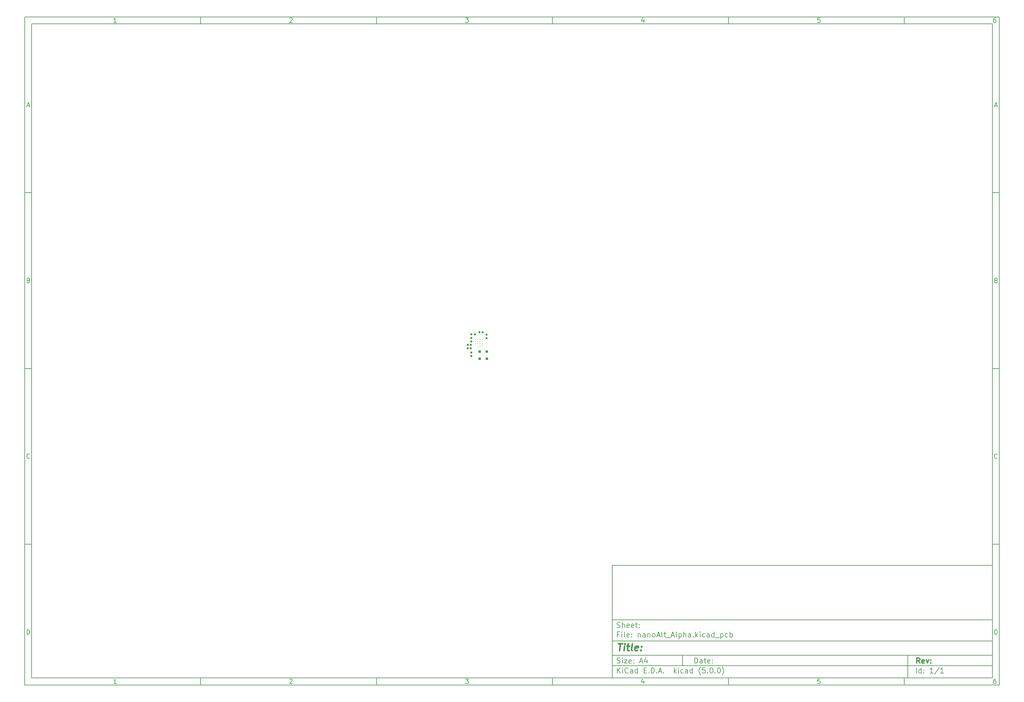
<source format=gbr>
G04 #@! TF.GenerationSoftware,KiCad,Pcbnew,(5.0.0)*
G04 #@! TF.CreationDate,2018-07-29T19:07:46+01:00*
G04 #@! TF.ProjectId,nanoAlt_Alpha,6E616E6F416C745F416C7068612E6B69,rev?*
G04 #@! TF.SameCoordinates,Original*
G04 #@! TF.FileFunction,Paste,Top*
G04 #@! TF.FilePolarity,Positive*
%FSLAX46Y46*%
G04 Gerber Fmt 4.6, Leading zero omitted, Abs format (unit mm)*
G04 Created by KiCad (PCBNEW (5.0.0)) date 07/29/18 19:07:46*
%MOMM*%
%LPD*%
G01*
G04 APERTURE LIST*
%ADD10C,0.100000*%
%ADD11C,0.150000*%
%ADD12C,0.300000*%
%ADD13C,0.400000*%
%ADD14R,0.800000X0.800000*%
%ADD15C,0.190000*%
%ADD16R,0.480000X0.480000*%
G04 APERTURE END LIST*
D10*
D11*
X177002200Y-166007200D02*
X177002200Y-198007200D01*
X285002200Y-198007200D01*
X285002200Y-166007200D01*
X177002200Y-166007200D01*
D10*
D11*
X10000000Y-10000000D02*
X10000000Y-200007200D01*
X287002200Y-200007200D01*
X287002200Y-10000000D01*
X10000000Y-10000000D01*
D10*
D11*
X12000000Y-12000000D02*
X12000000Y-198007200D01*
X285002200Y-198007200D01*
X285002200Y-12000000D01*
X12000000Y-12000000D01*
D10*
D11*
X60000000Y-12000000D02*
X60000000Y-10000000D01*
D10*
D11*
X110000000Y-12000000D02*
X110000000Y-10000000D01*
D10*
D11*
X160000000Y-12000000D02*
X160000000Y-10000000D01*
D10*
D11*
X210000000Y-12000000D02*
X210000000Y-10000000D01*
D10*
D11*
X260000000Y-12000000D02*
X260000000Y-10000000D01*
D10*
D11*
X36065476Y-11588095D02*
X35322619Y-11588095D01*
X35694047Y-11588095D02*
X35694047Y-10288095D01*
X35570238Y-10473809D01*
X35446428Y-10597619D01*
X35322619Y-10659523D01*
D10*
D11*
X85322619Y-10411904D02*
X85384523Y-10350000D01*
X85508333Y-10288095D01*
X85817857Y-10288095D01*
X85941666Y-10350000D01*
X86003571Y-10411904D01*
X86065476Y-10535714D01*
X86065476Y-10659523D01*
X86003571Y-10845238D01*
X85260714Y-11588095D01*
X86065476Y-11588095D01*
D10*
D11*
X135260714Y-10288095D02*
X136065476Y-10288095D01*
X135632142Y-10783333D01*
X135817857Y-10783333D01*
X135941666Y-10845238D01*
X136003571Y-10907142D01*
X136065476Y-11030952D01*
X136065476Y-11340476D01*
X136003571Y-11464285D01*
X135941666Y-11526190D01*
X135817857Y-11588095D01*
X135446428Y-11588095D01*
X135322619Y-11526190D01*
X135260714Y-11464285D01*
D10*
D11*
X185941666Y-10721428D02*
X185941666Y-11588095D01*
X185632142Y-10226190D02*
X185322619Y-11154761D01*
X186127380Y-11154761D01*
D10*
D11*
X236003571Y-10288095D02*
X235384523Y-10288095D01*
X235322619Y-10907142D01*
X235384523Y-10845238D01*
X235508333Y-10783333D01*
X235817857Y-10783333D01*
X235941666Y-10845238D01*
X236003571Y-10907142D01*
X236065476Y-11030952D01*
X236065476Y-11340476D01*
X236003571Y-11464285D01*
X235941666Y-11526190D01*
X235817857Y-11588095D01*
X235508333Y-11588095D01*
X235384523Y-11526190D01*
X235322619Y-11464285D01*
D10*
D11*
X285941666Y-10288095D02*
X285694047Y-10288095D01*
X285570238Y-10350000D01*
X285508333Y-10411904D01*
X285384523Y-10597619D01*
X285322619Y-10845238D01*
X285322619Y-11340476D01*
X285384523Y-11464285D01*
X285446428Y-11526190D01*
X285570238Y-11588095D01*
X285817857Y-11588095D01*
X285941666Y-11526190D01*
X286003571Y-11464285D01*
X286065476Y-11340476D01*
X286065476Y-11030952D01*
X286003571Y-10907142D01*
X285941666Y-10845238D01*
X285817857Y-10783333D01*
X285570238Y-10783333D01*
X285446428Y-10845238D01*
X285384523Y-10907142D01*
X285322619Y-11030952D01*
D10*
D11*
X60000000Y-198007200D02*
X60000000Y-200007200D01*
D10*
D11*
X110000000Y-198007200D02*
X110000000Y-200007200D01*
D10*
D11*
X160000000Y-198007200D02*
X160000000Y-200007200D01*
D10*
D11*
X210000000Y-198007200D02*
X210000000Y-200007200D01*
D10*
D11*
X260000000Y-198007200D02*
X260000000Y-200007200D01*
D10*
D11*
X36065476Y-199595295D02*
X35322619Y-199595295D01*
X35694047Y-199595295D02*
X35694047Y-198295295D01*
X35570238Y-198481009D01*
X35446428Y-198604819D01*
X35322619Y-198666723D01*
D10*
D11*
X85322619Y-198419104D02*
X85384523Y-198357200D01*
X85508333Y-198295295D01*
X85817857Y-198295295D01*
X85941666Y-198357200D01*
X86003571Y-198419104D01*
X86065476Y-198542914D01*
X86065476Y-198666723D01*
X86003571Y-198852438D01*
X85260714Y-199595295D01*
X86065476Y-199595295D01*
D10*
D11*
X135260714Y-198295295D02*
X136065476Y-198295295D01*
X135632142Y-198790533D01*
X135817857Y-198790533D01*
X135941666Y-198852438D01*
X136003571Y-198914342D01*
X136065476Y-199038152D01*
X136065476Y-199347676D01*
X136003571Y-199471485D01*
X135941666Y-199533390D01*
X135817857Y-199595295D01*
X135446428Y-199595295D01*
X135322619Y-199533390D01*
X135260714Y-199471485D01*
D10*
D11*
X185941666Y-198728628D02*
X185941666Y-199595295D01*
X185632142Y-198233390D02*
X185322619Y-199161961D01*
X186127380Y-199161961D01*
D10*
D11*
X236003571Y-198295295D02*
X235384523Y-198295295D01*
X235322619Y-198914342D01*
X235384523Y-198852438D01*
X235508333Y-198790533D01*
X235817857Y-198790533D01*
X235941666Y-198852438D01*
X236003571Y-198914342D01*
X236065476Y-199038152D01*
X236065476Y-199347676D01*
X236003571Y-199471485D01*
X235941666Y-199533390D01*
X235817857Y-199595295D01*
X235508333Y-199595295D01*
X235384523Y-199533390D01*
X235322619Y-199471485D01*
D10*
D11*
X285941666Y-198295295D02*
X285694047Y-198295295D01*
X285570238Y-198357200D01*
X285508333Y-198419104D01*
X285384523Y-198604819D01*
X285322619Y-198852438D01*
X285322619Y-199347676D01*
X285384523Y-199471485D01*
X285446428Y-199533390D01*
X285570238Y-199595295D01*
X285817857Y-199595295D01*
X285941666Y-199533390D01*
X286003571Y-199471485D01*
X286065476Y-199347676D01*
X286065476Y-199038152D01*
X286003571Y-198914342D01*
X285941666Y-198852438D01*
X285817857Y-198790533D01*
X285570238Y-198790533D01*
X285446428Y-198852438D01*
X285384523Y-198914342D01*
X285322619Y-199038152D01*
D10*
D11*
X10000000Y-60000000D02*
X12000000Y-60000000D01*
D10*
D11*
X10000000Y-110000000D02*
X12000000Y-110000000D01*
D10*
D11*
X10000000Y-160000000D02*
X12000000Y-160000000D01*
D10*
D11*
X10690476Y-35216666D02*
X11309523Y-35216666D01*
X10566666Y-35588095D02*
X11000000Y-34288095D01*
X11433333Y-35588095D01*
D10*
D11*
X11092857Y-84907142D02*
X11278571Y-84969047D01*
X11340476Y-85030952D01*
X11402380Y-85154761D01*
X11402380Y-85340476D01*
X11340476Y-85464285D01*
X11278571Y-85526190D01*
X11154761Y-85588095D01*
X10659523Y-85588095D01*
X10659523Y-84288095D01*
X11092857Y-84288095D01*
X11216666Y-84350000D01*
X11278571Y-84411904D01*
X11340476Y-84535714D01*
X11340476Y-84659523D01*
X11278571Y-84783333D01*
X11216666Y-84845238D01*
X11092857Y-84907142D01*
X10659523Y-84907142D01*
D10*
D11*
X11402380Y-135464285D02*
X11340476Y-135526190D01*
X11154761Y-135588095D01*
X11030952Y-135588095D01*
X10845238Y-135526190D01*
X10721428Y-135402380D01*
X10659523Y-135278571D01*
X10597619Y-135030952D01*
X10597619Y-134845238D01*
X10659523Y-134597619D01*
X10721428Y-134473809D01*
X10845238Y-134350000D01*
X11030952Y-134288095D01*
X11154761Y-134288095D01*
X11340476Y-134350000D01*
X11402380Y-134411904D01*
D10*
D11*
X10659523Y-185588095D02*
X10659523Y-184288095D01*
X10969047Y-184288095D01*
X11154761Y-184350000D01*
X11278571Y-184473809D01*
X11340476Y-184597619D01*
X11402380Y-184845238D01*
X11402380Y-185030952D01*
X11340476Y-185278571D01*
X11278571Y-185402380D01*
X11154761Y-185526190D01*
X10969047Y-185588095D01*
X10659523Y-185588095D01*
D10*
D11*
X287002200Y-60000000D02*
X285002200Y-60000000D01*
D10*
D11*
X287002200Y-110000000D02*
X285002200Y-110000000D01*
D10*
D11*
X287002200Y-160000000D02*
X285002200Y-160000000D01*
D10*
D11*
X285692676Y-35216666D02*
X286311723Y-35216666D01*
X285568866Y-35588095D02*
X286002200Y-34288095D01*
X286435533Y-35588095D01*
D10*
D11*
X286095057Y-84907142D02*
X286280771Y-84969047D01*
X286342676Y-85030952D01*
X286404580Y-85154761D01*
X286404580Y-85340476D01*
X286342676Y-85464285D01*
X286280771Y-85526190D01*
X286156961Y-85588095D01*
X285661723Y-85588095D01*
X285661723Y-84288095D01*
X286095057Y-84288095D01*
X286218866Y-84350000D01*
X286280771Y-84411904D01*
X286342676Y-84535714D01*
X286342676Y-84659523D01*
X286280771Y-84783333D01*
X286218866Y-84845238D01*
X286095057Y-84907142D01*
X285661723Y-84907142D01*
D10*
D11*
X286404580Y-135464285D02*
X286342676Y-135526190D01*
X286156961Y-135588095D01*
X286033152Y-135588095D01*
X285847438Y-135526190D01*
X285723628Y-135402380D01*
X285661723Y-135278571D01*
X285599819Y-135030952D01*
X285599819Y-134845238D01*
X285661723Y-134597619D01*
X285723628Y-134473809D01*
X285847438Y-134350000D01*
X286033152Y-134288095D01*
X286156961Y-134288095D01*
X286342676Y-134350000D01*
X286404580Y-134411904D01*
D10*
D11*
X285661723Y-185588095D02*
X285661723Y-184288095D01*
X285971247Y-184288095D01*
X286156961Y-184350000D01*
X286280771Y-184473809D01*
X286342676Y-184597619D01*
X286404580Y-184845238D01*
X286404580Y-185030952D01*
X286342676Y-185278571D01*
X286280771Y-185402380D01*
X286156961Y-185526190D01*
X285971247Y-185588095D01*
X285661723Y-185588095D01*
D10*
D11*
X200434342Y-193785771D02*
X200434342Y-192285771D01*
X200791485Y-192285771D01*
X201005771Y-192357200D01*
X201148628Y-192500057D01*
X201220057Y-192642914D01*
X201291485Y-192928628D01*
X201291485Y-193142914D01*
X201220057Y-193428628D01*
X201148628Y-193571485D01*
X201005771Y-193714342D01*
X200791485Y-193785771D01*
X200434342Y-193785771D01*
X202577200Y-193785771D02*
X202577200Y-193000057D01*
X202505771Y-192857200D01*
X202362914Y-192785771D01*
X202077200Y-192785771D01*
X201934342Y-192857200D01*
X202577200Y-193714342D02*
X202434342Y-193785771D01*
X202077200Y-193785771D01*
X201934342Y-193714342D01*
X201862914Y-193571485D01*
X201862914Y-193428628D01*
X201934342Y-193285771D01*
X202077200Y-193214342D01*
X202434342Y-193214342D01*
X202577200Y-193142914D01*
X203077200Y-192785771D02*
X203648628Y-192785771D01*
X203291485Y-192285771D02*
X203291485Y-193571485D01*
X203362914Y-193714342D01*
X203505771Y-193785771D01*
X203648628Y-193785771D01*
X204720057Y-193714342D02*
X204577200Y-193785771D01*
X204291485Y-193785771D01*
X204148628Y-193714342D01*
X204077200Y-193571485D01*
X204077200Y-193000057D01*
X204148628Y-192857200D01*
X204291485Y-192785771D01*
X204577200Y-192785771D01*
X204720057Y-192857200D01*
X204791485Y-193000057D01*
X204791485Y-193142914D01*
X204077200Y-193285771D01*
X205434342Y-193642914D02*
X205505771Y-193714342D01*
X205434342Y-193785771D01*
X205362914Y-193714342D01*
X205434342Y-193642914D01*
X205434342Y-193785771D01*
X205434342Y-192857200D02*
X205505771Y-192928628D01*
X205434342Y-193000057D01*
X205362914Y-192928628D01*
X205434342Y-192857200D01*
X205434342Y-193000057D01*
D10*
D11*
X177002200Y-194507200D02*
X285002200Y-194507200D01*
D10*
D11*
X178434342Y-196585771D02*
X178434342Y-195085771D01*
X179291485Y-196585771D02*
X178648628Y-195728628D01*
X179291485Y-195085771D02*
X178434342Y-195942914D01*
X179934342Y-196585771D02*
X179934342Y-195585771D01*
X179934342Y-195085771D02*
X179862914Y-195157200D01*
X179934342Y-195228628D01*
X180005771Y-195157200D01*
X179934342Y-195085771D01*
X179934342Y-195228628D01*
X181505771Y-196442914D02*
X181434342Y-196514342D01*
X181220057Y-196585771D01*
X181077200Y-196585771D01*
X180862914Y-196514342D01*
X180720057Y-196371485D01*
X180648628Y-196228628D01*
X180577200Y-195942914D01*
X180577200Y-195728628D01*
X180648628Y-195442914D01*
X180720057Y-195300057D01*
X180862914Y-195157200D01*
X181077200Y-195085771D01*
X181220057Y-195085771D01*
X181434342Y-195157200D01*
X181505771Y-195228628D01*
X182791485Y-196585771D02*
X182791485Y-195800057D01*
X182720057Y-195657200D01*
X182577200Y-195585771D01*
X182291485Y-195585771D01*
X182148628Y-195657200D01*
X182791485Y-196514342D02*
X182648628Y-196585771D01*
X182291485Y-196585771D01*
X182148628Y-196514342D01*
X182077200Y-196371485D01*
X182077200Y-196228628D01*
X182148628Y-196085771D01*
X182291485Y-196014342D01*
X182648628Y-196014342D01*
X182791485Y-195942914D01*
X184148628Y-196585771D02*
X184148628Y-195085771D01*
X184148628Y-196514342D02*
X184005771Y-196585771D01*
X183720057Y-196585771D01*
X183577200Y-196514342D01*
X183505771Y-196442914D01*
X183434342Y-196300057D01*
X183434342Y-195871485D01*
X183505771Y-195728628D01*
X183577200Y-195657200D01*
X183720057Y-195585771D01*
X184005771Y-195585771D01*
X184148628Y-195657200D01*
X186005771Y-195800057D02*
X186505771Y-195800057D01*
X186720057Y-196585771D02*
X186005771Y-196585771D01*
X186005771Y-195085771D01*
X186720057Y-195085771D01*
X187362914Y-196442914D02*
X187434342Y-196514342D01*
X187362914Y-196585771D01*
X187291485Y-196514342D01*
X187362914Y-196442914D01*
X187362914Y-196585771D01*
X188077200Y-196585771D02*
X188077200Y-195085771D01*
X188434342Y-195085771D01*
X188648628Y-195157200D01*
X188791485Y-195300057D01*
X188862914Y-195442914D01*
X188934342Y-195728628D01*
X188934342Y-195942914D01*
X188862914Y-196228628D01*
X188791485Y-196371485D01*
X188648628Y-196514342D01*
X188434342Y-196585771D01*
X188077200Y-196585771D01*
X189577200Y-196442914D02*
X189648628Y-196514342D01*
X189577200Y-196585771D01*
X189505771Y-196514342D01*
X189577200Y-196442914D01*
X189577200Y-196585771D01*
X190220057Y-196157200D02*
X190934342Y-196157200D01*
X190077200Y-196585771D02*
X190577200Y-195085771D01*
X191077200Y-196585771D01*
X191577200Y-196442914D02*
X191648628Y-196514342D01*
X191577200Y-196585771D01*
X191505771Y-196514342D01*
X191577200Y-196442914D01*
X191577200Y-196585771D01*
X194577200Y-196585771D02*
X194577200Y-195085771D01*
X194720057Y-196014342D02*
X195148628Y-196585771D01*
X195148628Y-195585771D02*
X194577200Y-196157200D01*
X195791485Y-196585771D02*
X195791485Y-195585771D01*
X195791485Y-195085771D02*
X195720057Y-195157200D01*
X195791485Y-195228628D01*
X195862914Y-195157200D01*
X195791485Y-195085771D01*
X195791485Y-195228628D01*
X197148628Y-196514342D02*
X197005771Y-196585771D01*
X196720057Y-196585771D01*
X196577200Y-196514342D01*
X196505771Y-196442914D01*
X196434342Y-196300057D01*
X196434342Y-195871485D01*
X196505771Y-195728628D01*
X196577200Y-195657200D01*
X196720057Y-195585771D01*
X197005771Y-195585771D01*
X197148628Y-195657200D01*
X198434342Y-196585771D02*
X198434342Y-195800057D01*
X198362914Y-195657200D01*
X198220057Y-195585771D01*
X197934342Y-195585771D01*
X197791485Y-195657200D01*
X198434342Y-196514342D02*
X198291485Y-196585771D01*
X197934342Y-196585771D01*
X197791485Y-196514342D01*
X197720057Y-196371485D01*
X197720057Y-196228628D01*
X197791485Y-196085771D01*
X197934342Y-196014342D01*
X198291485Y-196014342D01*
X198434342Y-195942914D01*
X199791485Y-196585771D02*
X199791485Y-195085771D01*
X199791485Y-196514342D02*
X199648628Y-196585771D01*
X199362914Y-196585771D01*
X199220057Y-196514342D01*
X199148628Y-196442914D01*
X199077200Y-196300057D01*
X199077200Y-195871485D01*
X199148628Y-195728628D01*
X199220057Y-195657200D01*
X199362914Y-195585771D01*
X199648628Y-195585771D01*
X199791485Y-195657200D01*
X202077200Y-197157200D02*
X202005771Y-197085771D01*
X201862914Y-196871485D01*
X201791485Y-196728628D01*
X201720057Y-196514342D01*
X201648628Y-196157200D01*
X201648628Y-195871485D01*
X201720057Y-195514342D01*
X201791485Y-195300057D01*
X201862914Y-195157200D01*
X202005771Y-194942914D01*
X202077200Y-194871485D01*
X203362914Y-195085771D02*
X202648628Y-195085771D01*
X202577200Y-195800057D01*
X202648628Y-195728628D01*
X202791485Y-195657200D01*
X203148628Y-195657200D01*
X203291485Y-195728628D01*
X203362914Y-195800057D01*
X203434342Y-195942914D01*
X203434342Y-196300057D01*
X203362914Y-196442914D01*
X203291485Y-196514342D01*
X203148628Y-196585771D01*
X202791485Y-196585771D01*
X202648628Y-196514342D01*
X202577200Y-196442914D01*
X204077200Y-196442914D02*
X204148628Y-196514342D01*
X204077200Y-196585771D01*
X204005771Y-196514342D01*
X204077200Y-196442914D01*
X204077200Y-196585771D01*
X205077200Y-195085771D02*
X205220057Y-195085771D01*
X205362914Y-195157200D01*
X205434342Y-195228628D01*
X205505771Y-195371485D01*
X205577200Y-195657200D01*
X205577200Y-196014342D01*
X205505771Y-196300057D01*
X205434342Y-196442914D01*
X205362914Y-196514342D01*
X205220057Y-196585771D01*
X205077200Y-196585771D01*
X204934342Y-196514342D01*
X204862914Y-196442914D01*
X204791485Y-196300057D01*
X204720057Y-196014342D01*
X204720057Y-195657200D01*
X204791485Y-195371485D01*
X204862914Y-195228628D01*
X204934342Y-195157200D01*
X205077200Y-195085771D01*
X206220057Y-196442914D02*
X206291485Y-196514342D01*
X206220057Y-196585771D01*
X206148628Y-196514342D01*
X206220057Y-196442914D01*
X206220057Y-196585771D01*
X207220057Y-195085771D02*
X207362914Y-195085771D01*
X207505771Y-195157200D01*
X207577200Y-195228628D01*
X207648628Y-195371485D01*
X207720057Y-195657200D01*
X207720057Y-196014342D01*
X207648628Y-196300057D01*
X207577200Y-196442914D01*
X207505771Y-196514342D01*
X207362914Y-196585771D01*
X207220057Y-196585771D01*
X207077200Y-196514342D01*
X207005771Y-196442914D01*
X206934342Y-196300057D01*
X206862914Y-196014342D01*
X206862914Y-195657200D01*
X206934342Y-195371485D01*
X207005771Y-195228628D01*
X207077200Y-195157200D01*
X207220057Y-195085771D01*
X208220057Y-197157200D02*
X208291485Y-197085771D01*
X208434342Y-196871485D01*
X208505771Y-196728628D01*
X208577200Y-196514342D01*
X208648628Y-196157200D01*
X208648628Y-195871485D01*
X208577200Y-195514342D01*
X208505771Y-195300057D01*
X208434342Y-195157200D01*
X208291485Y-194942914D01*
X208220057Y-194871485D01*
D10*
D11*
X177002200Y-191507200D02*
X285002200Y-191507200D01*
D10*
D12*
X264411485Y-193785771D02*
X263911485Y-193071485D01*
X263554342Y-193785771D02*
X263554342Y-192285771D01*
X264125771Y-192285771D01*
X264268628Y-192357200D01*
X264340057Y-192428628D01*
X264411485Y-192571485D01*
X264411485Y-192785771D01*
X264340057Y-192928628D01*
X264268628Y-193000057D01*
X264125771Y-193071485D01*
X263554342Y-193071485D01*
X265625771Y-193714342D02*
X265482914Y-193785771D01*
X265197200Y-193785771D01*
X265054342Y-193714342D01*
X264982914Y-193571485D01*
X264982914Y-193000057D01*
X265054342Y-192857200D01*
X265197200Y-192785771D01*
X265482914Y-192785771D01*
X265625771Y-192857200D01*
X265697200Y-193000057D01*
X265697200Y-193142914D01*
X264982914Y-193285771D01*
X266197200Y-192785771D02*
X266554342Y-193785771D01*
X266911485Y-192785771D01*
X267482914Y-193642914D02*
X267554342Y-193714342D01*
X267482914Y-193785771D01*
X267411485Y-193714342D01*
X267482914Y-193642914D01*
X267482914Y-193785771D01*
X267482914Y-192857200D02*
X267554342Y-192928628D01*
X267482914Y-193000057D01*
X267411485Y-192928628D01*
X267482914Y-192857200D01*
X267482914Y-193000057D01*
D10*
D11*
X178362914Y-193714342D02*
X178577200Y-193785771D01*
X178934342Y-193785771D01*
X179077200Y-193714342D01*
X179148628Y-193642914D01*
X179220057Y-193500057D01*
X179220057Y-193357200D01*
X179148628Y-193214342D01*
X179077200Y-193142914D01*
X178934342Y-193071485D01*
X178648628Y-193000057D01*
X178505771Y-192928628D01*
X178434342Y-192857200D01*
X178362914Y-192714342D01*
X178362914Y-192571485D01*
X178434342Y-192428628D01*
X178505771Y-192357200D01*
X178648628Y-192285771D01*
X179005771Y-192285771D01*
X179220057Y-192357200D01*
X179862914Y-193785771D02*
X179862914Y-192785771D01*
X179862914Y-192285771D02*
X179791485Y-192357200D01*
X179862914Y-192428628D01*
X179934342Y-192357200D01*
X179862914Y-192285771D01*
X179862914Y-192428628D01*
X180434342Y-192785771D02*
X181220057Y-192785771D01*
X180434342Y-193785771D01*
X181220057Y-193785771D01*
X182362914Y-193714342D02*
X182220057Y-193785771D01*
X181934342Y-193785771D01*
X181791485Y-193714342D01*
X181720057Y-193571485D01*
X181720057Y-193000057D01*
X181791485Y-192857200D01*
X181934342Y-192785771D01*
X182220057Y-192785771D01*
X182362914Y-192857200D01*
X182434342Y-193000057D01*
X182434342Y-193142914D01*
X181720057Y-193285771D01*
X183077200Y-193642914D02*
X183148628Y-193714342D01*
X183077200Y-193785771D01*
X183005771Y-193714342D01*
X183077200Y-193642914D01*
X183077200Y-193785771D01*
X183077200Y-192857200D02*
X183148628Y-192928628D01*
X183077200Y-193000057D01*
X183005771Y-192928628D01*
X183077200Y-192857200D01*
X183077200Y-193000057D01*
X184862914Y-193357200D02*
X185577200Y-193357200D01*
X184720057Y-193785771D02*
X185220057Y-192285771D01*
X185720057Y-193785771D01*
X186862914Y-192785771D02*
X186862914Y-193785771D01*
X186505771Y-192214342D02*
X186148628Y-193285771D01*
X187077200Y-193285771D01*
D10*
D11*
X263434342Y-196585771D02*
X263434342Y-195085771D01*
X264791485Y-196585771D02*
X264791485Y-195085771D01*
X264791485Y-196514342D02*
X264648628Y-196585771D01*
X264362914Y-196585771D01*
X264220057Y-196514342D01*
X264148628Y-196442914D01*
X264077200Y-196300057D01*
X264077200Y-195871485D01*
X264148628Y-195728628D01*
X264220057Y-195657200D01*
X264362914Y-195585771D01*
X264648628Y-195585771D01*
X264791485Y-195657200D01*
X265505771Y-196442914D02*
X265577200Y-196514342D01*
X265505771Y-196585771D01*
X265434342Y-196514342D01*
X265505771Y-196442914D01*
X265505771Y-196585771D01*
X265505771Y-195657200D02*
X265577200Y-195728628D01*
X265505771Y-195800057D01*
X265434342Y-195728628D01*
X265505771Y-195657200D01*
X265505771Y-195800057D01*
X268148628Y-196585771D02*
X267291485Y-196585771D01*
X267720057Y-196585771D02*
X267720057Y-195085771D01*
X267577200Y-195300057D01*
X267434342Y-195442914D01*
X267291485Y-195514342D01*
X269862914Y-195014342D02*
X268577200Y-196942914D01*
X271148628Y-196585771D02*
X270291485Y-196585771D01*
X270720057Y-196585771D02*
X270720057Y-195085771D01*
X270577200Y-195300057D01*
X270434342Y-195442914D01*
X270291485Y-195514342D01*
D10*
D11*
X177002200Y-187507200D02*
X285002200Y-187507200D01*
D10*
D13*
X178714580Y-188211961D02*
X179857438Y-188211961D01*
X179036009Y-190211961D02*
X179286009Y-188211961D01*
X180274104Y-190211961D02*
X180440771Y-188878628D01*
X180524104Y-188211961D02*
X180416961Y-188307200D01*
X180500295Y-188402438D01*
X180607438Y-188307200D01*
X180524104Y-188211961D01*
X180500295Y-188402438D01*
X181107438Y-188878628D02*
X181869342Y-188878628D01*
X181476485Y-188211961D02*
X181262200Y-189926247D01*
X181333628Y-190116723D01*
X181512200Y-190211961D01*
X181702676Y-190211961D01*
X182655057Y-190211961D02*
X182476485Y-190116723D01*
X182405057Y-189926247D01*
X182619342Y-188211961D01*
X184190771Y-190116723D02*
X183988390Y-190211961D01*
X183607438Y-190211961D01*
X183428866Y-190116723D01*
X183357438Y-189926247D01*
X183452676Y-189164342D01*
X183571723Y-188973866D01*
X183774104Y-188878628D01*
X184155057Y-188878628D01*
X184333628Y-188973866D01*
X184405057Y-189164342D01*
X184381247Y-189354819D01*
X183405057Y-189545295D01*
X185155057Y-190021485D02*
X185238390Y-190116723D01*
X185131247Y-190211961D01*
X185047914Y-190116723D01*
X185155057Y-190021485D01*
X185131247Y-190211961D01*
X185286009Y-188973866D02*
X185369342Y-189069104D01*
X185262200Y-189164342D01*
X185178866Y-189069104D01*
X185286009Y-188973866D01*
X185262200Y-189164342D01*
D10*
D11*
X178934342Y-185600057D02*
X178434342Y-185600057D01*
X178434342Y-186385771D02*
X178434342Y-184885771D01*
X179148628Y-184885771D01*
X179720057Y-186385771D02*
X179720057Y-185385771D01*
X179720057Y-184885771D02*
X179648628Y-184957200D01*
X179720057Y-185028628D01*
X179791485Y-184957200D01*
X179720057Y-184885771D01*
X179720057Y-185028628D01*
X180648628Y-186385771D02*
X180505771Y-186314342D01*
X180434342Y-186171485D01*
X180434342Y-184885771D01*
X181791485Y-186314342D02*
X181648628Y-186385771D01*
X181362914Y-186385771D01*
X181220057Y-186314342D01*
X181148628Y-186171485D01*
X181148628Y-185600057D01*
X181220057Y-185457200D01*
X181362914Y-185385771D01*
X181648628Y-185385771D01*
X181791485Y-185457200D01*
X181862914Y-185600057D01*
X181862914Y-185742914D01*
X181148628Y-185885771D01*
X182505771Y-186242914D02*
X182577200Y-186314342D01*
X182505771Y-186385771D01*
X182434342Y-186314342D01*
X182505771Y-186242914D01*
X182505771Y-186385771D01*
X182505771Y-185457200D02*
X182577200Y-185528628D01*
X182505771Y-185600057D01*
X182434342Y-185528628D01*
X182505771Y-185457200D01*
X182505771Y-185600057D01*
X184362914Y-185385771D02*
X184362914Y-186385771D01*
X184362914Y-185528628D02*
X184434342Y-185457200D01*
X184577200Y-185385771D01*
X184791485Y-185385771D01*
X184934342Y-185457200D01*
X185005771Y-185600057D01*
X185005771Y-186385771D01*
X186362914Y-186385771D02*
X186362914Y-185600057D01*
X186291485Y-185457200D01*
X186148628Y-185385771D01*
X185862914Y-185385771D01*
X185720057Y-185457200D01*
X186362914Y-186314342D02*
X186220057Y-186385771D01*
X185862914Y-186385771D01*
X185720057Y-186314342D01*
X185648628Y-186171485D01*
X185648628Y-186028628D01*
X185720057Y-185885771D01*
X185862914Y-185814342D01*
X186220057Y-185814342D01*
X186362914Y-185742914D01*
X187077200Y-185385771D02*
X187077200Y-186385771D01*
X187077200Y-185528628D02*
X187148628Y-185457200D01*
X187291485Y-185385771D01*
X187505771Y-185385771D01*
X187648628Y-185457200D01*
X187720057Y-185600057D01*
X187720057Y-186385771D01*
X188648628Y-186385771D02*
X188505771Y-186314342D01*
X188434342Y-186242914D01*
X188362914Y-186100057D01*
X188362914Y-185671485D01*
X188434342Y-185528628D01*
X188505771Y-185457200D01*
X188648628Y-185385771D01*
X188862914Y-185385771D01*
X189005771Y-185457200D01*
X189077200Y-185528628D01*
X189148628Y-185671485D01*
X189148628Y-186100057D01*
X189077200Y-186242914D01*
X189005771Y-186314342D01*
X188862914Y-186385771D01*
X188648628Y-186385771D01*
X189720057Y-185957200D02*
X190434342Y-185957200D01*
X189577200Y-186385771D02*
X190077200Y-184885771D01*
X190577200Y-186385771D01*
X191291485Y-186385771D02*
X191148628Y-186314342D01*
X191077200Y-186171485D01*
X191077200Y-184885771D01*
X191648628Y-185385771D02*
X192220057Y-185385771D01*
X191862914Y-184885771D02*
X191862914Y-186171485D01*
X191934342Y-186314342D01*
X192077200Y-186385771D01*
X192220057Y-186385771D01*
X192362914Y-186528628D02*
X193505771Y-186528628D01*
X193791485Y-185957200D02*
X194505771Y-185957200D01*
X193648628Y-186385771D02*
X194148628Y-184885771D01*
X194648628Y-186385771D01*
X195362914Y-186385771D02*
X195220057Y-186314342D01*
X195148628Y-186171485D01*
X195148628Y-184885771D01*
X195934342Y-185385771D02*
X195934342Y-186885771D01*
X195934342Y-185457200D02*
X196077200Y-185385771D01*
X196362914Y-185385771D01*
X196505771Y-185457200D01*
X196577200Y-185528628D01*
X196648628Y-185671485D01*
X196648628Y-186100057D01*
X196577200Y-186242914D01*
X196505771Y-186314342D01*
X196362914Y-186385771D01*
X196077200Y-186385771D01*
X195934342Y-186314342D01*
X197291485Y-186385771D02*
X197291485Y-184885771D01*
X197934342Y-186385771D02*
X197934342Y-185600057D01*
X197862914Y-185457200D01*
X197720057Y-185385771D01*
X197505771Y-185385771D01*
X197362914Y-185457200D01*
X197291485Y-185528628D01*
X199291485Y-186385771D02*
X199291485Y-185600057D01*
X199220057Y-185457200D01*
X199077200Y-185385771D01*
X198791485Y-185385771D01*
X198648628Y-185457200D01*
X199291485Y-186314342D02*
X199148628Y-186385771D01*
X198791485Y-186385771D01*
X198648628Y-186314342D01*
X198577200Y-186171485D01*
X198577200Y-186028628D01*
X198648628Y-185885771D01*
X198791485Y-185814342D01*
X199148628Y-185814342D01*
X199291485Y-185742914D01*
X200005771Y-186242914D02*
X200077200Y-186314342D01*
X200005771Y-186385771D01*
X199934342Y-186314342D01*
X200005771Y-186242914D01*
X200005771Y-186385771D01*
X200720057Y-186385771D02*
X200720057Y-184885771D01*
X200862914Y-185814342D02*
X201291485Y-186385771D01*
X201291485Y-185385771D02*
X200720057Y-185957200D01*
X201934342Y-186385771D02*
X201934342Y-185385771D01*
X201934342Y-184885771D02*
X201862914Y-184957200D01*
X201934342Y-185028628D01*
X202005771Y-184957200D01*
X201934342Y-184885771D01*
X201934342Y-185028628D01*
X203291485Y-186314342D02*
X203148628Y-186385771D01*
X202862914Y-186385771D01*
X202720057Y-186314342D01*
X202648628Y-186242914D01*
X202577200Y-186100057D01*
X202577200Y-185671485D01*
X202648628Y-185528628D01*
X202720057Y-185457200D01*
X202862914Y-185385771D01*
X203148628Y-185385771D01*
X203291485Y-185457200D01*
X204577200Y-186385771D02*
X204577200Y-185600057D01*
X204505771Y-185457200D01*
X204362914Y-185385771D01*
X204077200Y-185385771D01*
X203934342Y-185457200D01*
X204577200Y-186314342D02*
X204434342Y-186385771D01*
X204077200Y-186385771D01*
X203934342Y-186314342D01*
X203862914Y-186171485D01*
X203862914Y-186028628D01*
X203934342Y-185885771D01*
X204077200Y-185814342D01*
X204434342Y-185814342D01*
X204577200Y-185742914D01*
X205934342Y-186385771D02*
X205934342Y-184885771D01*
X205934342Y-186314342D02*
X205791485Y-186385771D01*
X205505771Y-186385771D01*
X205362914Y-186314342D01*
X205291485Y-186242914D01*
X205220057Y-186100057D01*
X205220057Y-185671485D01*
X205291485Y-185528628D01*
X205362914Y-185457200D01*
X205505771Y-185385771D01*
X205791485Y-185385771D01*
X205934342Y-185457200D01*
X206291485Y-186528628D02*
X207434342Y-186528628D01*
X207791485Y-185385771D02*
X207791485Y-186885771D01*
X207791485Y-185457200D02*
X207934342Y-185385771D01*
X208220057Y-185385771D01*
X208362914Y-185457200D01*
X208434342Y-185528628D01*
X208505771Y-185671485D01*
X208505771Y-186100057D01*
X208434342Y-186242914D01*
X208362914Y-186314342D01*
X208220057Y-186385771D01*
X207934342Y-186385771D01*
X207791485Y-186314342D01*
X209791485Y-186314342D02*
X209648628Y-186385771D01*
X209362914Y-186385771D01*
X209220057Y-186314342D01*
X209148628Y-186242914D01*
X209077200Y-186100057D01*
X209077200Y-185671485D01*
X209148628Y-185528628D01*
X209220057Y-185457200D01*
X209362914Y-185385771D01*
X209648628Y-185385771D01*
X209791485Y-185457200D01*
X210434342Y-186385771D02*
X210434342Y-184885771D01*
X210434342Y-185457200D02*
X210577200Y-185385771D01*
X210862914Y-185385771D01*
X211005771Y-185457200D01*
X211077200Y-185528628D01*
X211148628Y-185671485D01*
X211148628Y-186100057D01*
X211077200Y-186242914D01*
X211005771Y-186314342D01*
X210862914Y-186385771D01*
X210577200Y-186385771D01*
X210434342Y-186314342D01*
D10*
D11*
X177002200Y-181507200D02*
X285002200Y-181507200D01*
D10*
D11*
X178362914Y-183614342D02*
X178577200Y-183685771D01*
X178934342Y-183685771D01*
X179077200Y-183614342D01*
X179148628Y-183542914D01*
X179220057Y-183400057D01*
X179220057Y-183257200D01*
X179148628Y-183114342D01*
X179077200Y-183042914D01*
X178934342Y-182971485D01*
X178648628Y-182900057D01*
X178505771Y-182828628D01*
X178434342Y-182757200D01*
X178362914Y-182614342D01*
X178362914Y-182471485D01*
X178434342Y-182328628D01*
X178505771Y-182257200D01*
X178648628Y-182185771D01*
X179005771Y-182185771D01*
X179220057Y-182257200D01*
X179862914Y-183685771D02*
X179862914Y-182185771D01*
X180505771Y-183685771D02*
X180505771Y-182900057D01*
X180434342Y-182757200D01*
X180291485Y-182685771D01*
X180077200Y-182685771D01*
X179934342Y-182757200D01*
X179862914Y-182828628D01*
X181791485Y-183614342D02*
X181648628Y-183685771D01*
X181362914Y-183685771D01*
X181220057Y-183614342D01*
X181148628Y-183471485D01*
X181148628Y-182900057D01*
X181220057Y-182757200D01*
X181362914Y-182685771D01*
X181648628Y-182685771D01*
X181791485Y-182757200D01*
X181862914Y-182900057D01*
X181862914Y-183042914D01*
X181148628Y-183185771D01*
X183077200Y-183614342D02*
X182934342Y-183685771D01*
X182648628Y-183685771D01*
X182505771Y-183614342D01*
X182434342Y-183471485D01*
X182434342Y-182900057D01*
X182505771Y-182757200D01*
X182648628Y-182685771D01*
X182934342Y-182685771D01*
X183077200Y-182757200D01*
X183148628Y-182900057D01*
X183148628Y-183042914D01*
X182434342Y-183185771D01*
X183577200Y-182685771D02*
X184148628Y-182685771D01*
X183791485Y-182185771D02*
X183791485Y-183471485D01*
X183862914Y-183614342D01*
X184005771Y-183685771D01*
X184148628Y-183685771D01*
X184648628Y-183542914D02*
X184720057Y-183614342D01*
X184648628Y-183685771D01*
X184577200Y-183614342D01*
X184648628Y-183542914D01*
X184648628Y-183685771D01*
X184648628Y-182757200D02*
X184720057Y-182828628D01*
X184648628Y-182900057D01*
X184577200Y-182828628D01*
X184648628Y-182757200D01*
X184648628Y-182900057D01*
D10*
D11*
X197002200Y-191507200D02*
X197002200Y-194507200D01*
D10*
D11*
X261002200Y-191507200D02*
X261002200Y-198007200D01*
D14*
G04 #@! TO.C,IC1*
X139350000Y-105200000D03*
X139350000Y-107200000D03*
X141350000Y-107200000D03*
X141350000Y-105200000D03*
G04 #@! TD*
D15*
G04 #@! TO.C,U1*
X140071500Y-103622500D03*
X140071500Y-102972500D03*
X140071500Y-102322500D03*
X140071500Y-101672500D03*
X139421500Y-101672500D03*
X139421500Y-102322500D03*
X139421500Y-102972500D03*
X139421500Y-103622500D03*
X138771500Y-103622500D03*
X138771500Y-102972500D03*
X138771500Y-102322500D03*
X138771500Y-101672500D03*
X138121500Y-101672500D03*
X138121500Y-102322500D03*
X138121500Y-102972500D03*
G04 #@! TD*
D16*
G04 #@! TO.C,D1*
X137960000Y-100257000D03*
X136960000Y-100257000D03*
G04 #@! TD*
G04 #@! TO.C,R2*
X136750000Y-104249500D03*
X136750000Y-103249500D03*
G04 #@! TD*
G04 #@! TO.C,R3*
X135880500Y-103249500D03*
X135880500Y-104249500D03*
G04 #@! TD*
G04 #@! TO.C,R4*
X136960000Y-101281000D03*
X136960000Y-102281000D03*
G04 #@! TD*
G04 #@! TO.C,C1*
X141270000Y-100370000D03*
X141270000Y-101370000D03*
G04 #@! TD*
G04 #@! TO.C,C2*
X136960000Y-105472000D03*
X136960000Y-106472000D03*
G04 #@! TD*
G04 #@! TO.C,R1*
X139190500Y-99685500D03*
X140190500Y-99685500D03*
G04 #@! TD*
M02*

</source>
